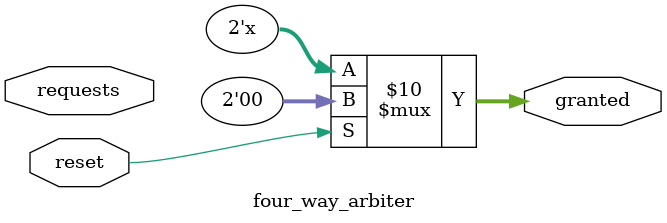
<source format=v>
/*
* This is a simple 4-way arbiter module that arbitrates between 4 request inputs.
* The arbiter grants requests in a round-robin fashion.
* The arbiter has a reset input that resets the granted output to 0.
*/

module four_way_arbiter (
  input reset,
  input [3:0] requests,  // 4 request inputs
  output reg [1:0] granted // 4-bit granted output
);

  reg [1:0] last_granted;  // Tracks last granted request

  always @(*) begin
    if (reset) begin
      granted = 2'b00;
      last_granted = 2'b00;
    end else begin
      case (last_granted)
        2'b00: begin
          if (requests[1]) begin granted = 2'b01; last_granted = 2'b01; end
          else if (requests[2]) begin granted = 2'b10; last_granted = 2'b10; end
          else if (requests[3]) begin granted = 2'b11; last_granted = 2'b11; end
          else if (requests[0]) begin granted = 2'b00; last_granted = 2'b00; end
        end
        2'b01: begin
          if (requests[2]) begin granted = 2'b10; last_granted = 2'b10; end
          else if (requests[3]) begin granted = 2'b11; last_granted = 2'b11; end
          else if (requests[0]) begin granted = 2'b00; last_granted = 2'b00; end
          else if (requests[1]) begin granted = 2'b01; last_granted = 2'b01; end
        end
        2'b10: begin
          if (requests[3]) begin granted = 2'b11; last_granted = 2'b11; end
          else if (requests[0]) begin granted = 2'b00; last_granted = 2'b00; end
          else if (requests[1]) begin granted = 2'b01; last_granted = 2'b01; end
          else if (requests[2]) begin granted = 2'b10; last_granted = 2'b10; end
        end
        2'b11: begin
          if (requests[0]) begin granted = 2'b00; last_granted = 2'b00; end
          else if (requests[1]) begin granted = 2'b01; last_granted = 2'b01; end
          else if (requests[2]) begin granted = 2'b10; last_granted = 2'b10; end
          else if (requests[3]) begin granted = 2'b11; last_granted = 2'b11; end
        end
      endcase
    end
  end

endmodule

</source>
